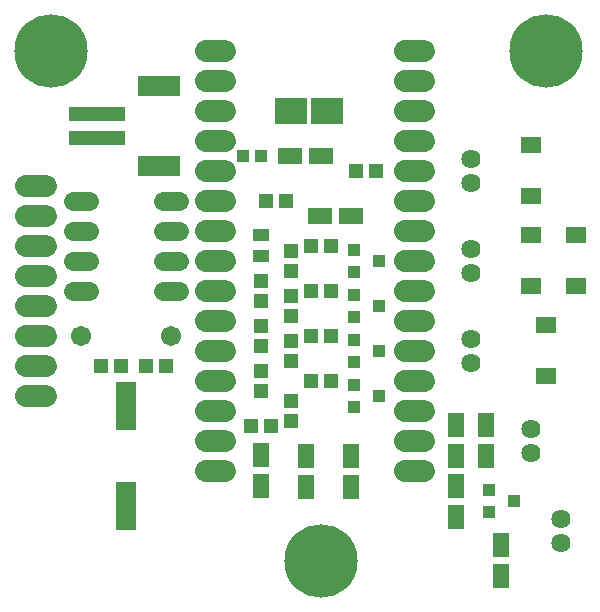
<source format=gbr>
G04 EAGLE Gerber RS-274X export*
G75*
%MOMM*%
%FSLAX34Y34*%
%LPD*%
%INSoldermask Top*%
%IPPOS*%
%AMOC8*
5,1,8,0,0,1.08239X$1,22.5*%
G01*
%ADD10C,6.203200*%
%ADD11C,1.828800*%
%ADD12R,1.391900X1.998700*%
%ADD13C,1.625600*%
%ADD14R,1.303200X1.203200*%
%ADD15R,1.203200X1.303200*%
%ADD16R,1.673200X1.473200*%
%ADD17R,1.103200X1.003200*%
%ADD18R,1.998700X1.391900*%
%ADD19R,2.703200X2.203200*%
%ADD20R,1.003200X1.003200*%
%ADD21C,1.625600*%
%ADD22R,1.803200X4.103200*%
%ADD23C,1.712800*%
%ADD24R,1.403200X1.003200*%
%ADD25R,4.803200X1.203200*%
%ADD26R,3.603200X1.803200*%


D10*
X457200Y469900D03*
X266700Y38100D03*
X38100Y469900D03*
D11*
X169164Y469900D02*
X185420Y469900D01*
X185420Y444500D02*
X169164Y444500D01*
X169164Y419100D02*
X185420Y419100D01*
X185420Y393700D02*
X169164Y393700D01*
X169164Y368300D02*
X185420Y368300D01*
X185420Y342900D02*
X169164Y342900D01*
X169164Y317500D02*
X185420Y317500D01*
X185420Y292100D02*
X169164Y292100D01*
X169164Y266700D02*
X185420Y266700D01*
X185420Y241300D02*
X169164Y241300D01*
X169164Y215900D02*
X185420Y215900D01*
X185420Y190500D02*
X169164Y190500D01*
X169164Y165100D02*
X185420Y165100D01*
X185420Y139700D02*
X169164Y139700D01*
X169164Y114300D02*
X185420Y114300D01*
X337820Y114300D02*
X354076Y114300D01*
X354076Y139700D02*
X337820Y139700D01*
X337820Y165100D02*
X354076Y165100D01*
X354076Y190500D02*
X337820Y190500D01*
X337820Y215900D02*
X354076Y215900D01*
X354076Y241300D02*
X337820Y241300D01*
X337820Y266700D02*
X354076Y266700D01*
X354076Y292100D02*
X337820Y292100D01*
X337820Y317500D02*
X354076Y317500D01*
X354076Y342900D02*
X337820Y342900D01*
X337820Y368300D02*
X354076Y368300D01*
X354076Y393700D02*
X337820Y393700D01*
X337820Y419100D02*
X354076Y419100D01*
X354076Y444500D02*
X337820Y444500D01*
X337800Y469900D02*
X354056Y469900D01*
D12*
X292100Y100802D03*
X292100Y127000D03*
D13*
X469900Y73500D03*
X469900Y53500D03*
D12*
X381000Y153198D03*
X381000Y127000D03*
D14*
X258200Y304800D03*
X275200Y304800D03*
D15*
X241300Y300600D03*
X241300Y283600D03*
D13*
X393700Y358300D03*
X393700Y378300D03*
D16*
X444500Y389800D03*
X444500Y346800D03*
D12*
X381000Y75402D03*
X381000Y101600D03*
D14*
X258200Y266700D03*
X275200Y266700D03*
D15*
X241300Y245500D03*
X241300Y262500D03*
D13*
X393700Y282100D03*
X393700Y302100D03*
D16*
X444500Y313600D03*
X444500Y270600D03*
D12*
X254000Y100802D03*
X254000Y127000D03*
D14*
X258200Y228600D03*
X275200Y228600D03*
D15*
X241300Y207400D03*
X241300Y224400D03*
D13*
X393700Y205900D03*
X393700Y225900D03*
D16*
X457200Y237400D03*
X457200Y194400D03*
D12*
X406400Y153198D03*
X406400Y127000D03*
D14*
X258200Y190500D03*
X275200Y190500D03*
D15*
X241300Y156600D03*
X241300Y173600D03*
D13*
X444500Y129700D03*
X444500Y149700D03*
D16*
X482600Y313600D03*
X482600Y270600D03*
D17*
X294800Y301600D03*
X294800Y282600D03*
X315800Y292100D03*
X294800Y263500D03*
X294800Y244500D03*
X315800Y254000D03*
X294800Y225400D03*
X294800Y206400D03*
X315800Y215900D03*
X294800Y187300D03*
X294800Y168300D03*
X315800Y177800D03*
X409100Y98400D03*
X409100Y79400D03*
X430100Y88900D03*
D18*
X240901Y381000D03*
X267099Y381000D03*
D12*
X215900Y101201D03*
X215900Y127399D03*
D18*
X266301Y330200D03*
X292499Y330200D03*
D14*
X220100Y342900D03*
X237100Y342900D03*
X313300Y368300D03*
X296300Y368300D03*
D12*
X419100Y25001D03*
X419100Y51199D03*
D19*
X271780Y419100D03*
X241300Y419100D03*
D20*
X215900Y381000D03*
X200900Y381000D03*
D21*
X146812Y266700D02*
X132588Y266700D01*
X132588Y292100D02*
X146812Y292100D01*
X70612Y292100D02*
X56388Y292100D01*
X56388Y266700D02*
X70612Y266700D01*
X132588Y317500D02*
X146812Y317500D01*
X146812Y342900D02*
X132588Y342900D01*
X70612Y317500D02*
X56388Y317500D01*
X56388Y342900D02*
X70612Y342900D01*
D15*
X215900Y258200D03*
X215900Y275200D03*
D14*
X207400Y152400D03*
X224400Y152400D03*
D15*
X215900Y220100D03*
X215900Y237100D03*
X215900Y182000D03*
X215900Y199000D03*
D14*
X135500Y203200D03*
X118500Y203200D03*
X80400Y203200D03*
X97400Y203200D03*
D22*
X101600Y84500D03*
X101600Y169500D03*
D23*
X139700Y228600D03*
X63500Y228600D03*
D24*
X215900Y295800D03*
X215900Y313800D03*
D25*
X77300Y416400D03*
X77300Y396400D03*
D26*
X129300Y440400D03*
X129300Y372400D03*
D11*
X33528Y177800D02*
X17272Y177800D01*
X17272Y203200D02*
X33528Y203200D01*
X33528Y228600D02*
X17272Y228600D01*
X17272Y254000D02*
X33528Y254000D01*
X33528Y279400D02*
X17272Y279400D01*
X17272Y304800D02*
X33528Y304800D01*
X33528Y330200D02*
X17272Y330200D01*
X17272Y355600D02*
X33528Y355600D01*
M02*

</source>
